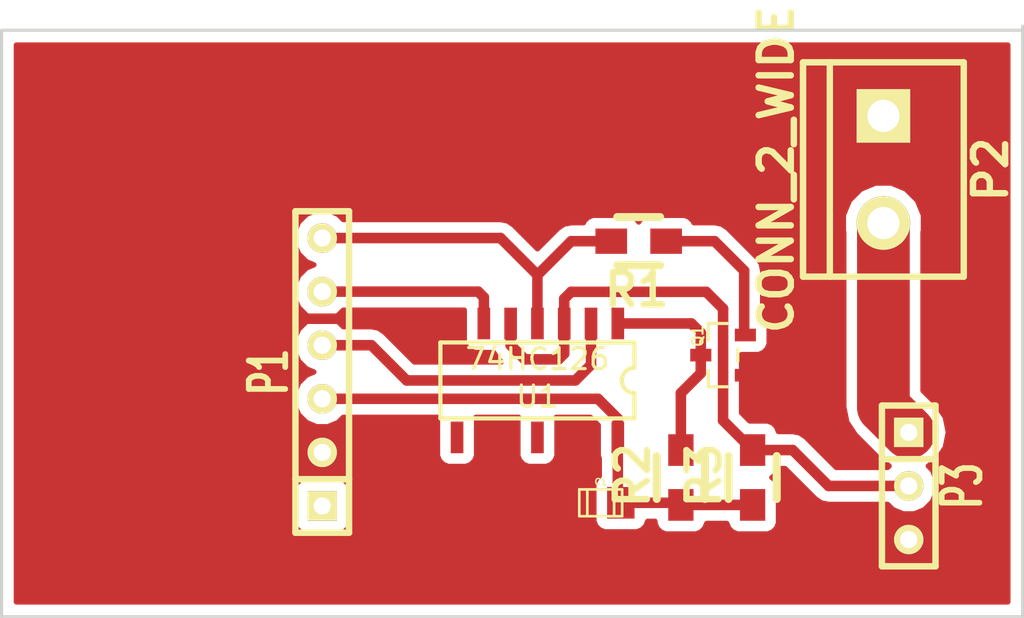
<source format=kicad_pcb>
(kicad_pcb (version 3) (host pcbnew "(2014-jan-25)-product")

  (general
    (links 24)
    (no_connects 0)
    (area 58.324999 43.124999 109.498972 71.275001)
    (thickness 1.6)
    (drawings 5)
    (tracks 54)
    (zones 0)
    (modules 9)
    (nets 13)
  )

  (page A4)
  (layers
    (15 F.Cu signal)
    (0 B.Cu signal)
    (17 F.Adhes user)
    (19 F.Paste user)
    (21 F.SilkS user)
    (23 F.Mask user)
    (28 Edge.Cuts user)
  )

  (setup
    (last_trace_width 0.5)
    (user_trace_width 0.254)
    (user_trace_width 0.5)
    (user_trace_width 1)
    (user_trace_width 1.5)
    (user_trace_width 2)
    (user_trace_width 2.5)
    (trace_clearance 0.254)
    (zone_clearance 0.5)
    (zone_45_only no)
    (trace_min 0.254)
    (segment_width 0.2)
    (edge_width 0.15)
    (via_size 0.889)
    (via_drill 0.635)
    (via_min_size 0.889)
    (via_min_drill 0.508)
    (user_via 1.5 0.8)
    (uvia_size 0.508)
    (uvia_drill 0.127)
    (uvias_allowed no)
    (uvia_min_size 0.508)
    (uvia_min_drill 0.127)
    (pcb_text_width 0.3)
    (pcb_text_size 1.5 1.5)
    (mod_edge_width 0.15)
    (mod_text_size 1.5 1.5)
    (mod_text_width 0.15)
    (pad_size 1.4 1.4)
    (pad_drill 0.6)
    (pad_to_mask_clearance 0.2)
    (aux_axis_origin 0 0)
    (visible_elements FFFFFF7F)
    (pcbplotparams
      (layerselection 268468224)
      (usegerberextensions false)
      (excludeedgelayer true)
      (linewidth 0.100000)
      (plotframeref false)
      (viasonmask false)
      (mode 1)
      (useauxorigin false)
      (hpglpennumber 1)
      (hpglpenspeed 20)
      (hpglpendiameter 15)
      (hpglpenoverlay 2)
      (psnegative true)
      (psa4output false)
      (plotreference true)
      (plotvalue true)
      (plotothertext true)
      (plotinvisibletext false)
      (padsonsilk false)
      (subtractmaskfromsilk false)
      (outputformat 5)
      (mirror false)
      (drillshape 2)
      (scaleselection 1)
      (outputdirectory board.svg/))
  )

  (net 0 "")
  (net 1 VCC)
  (net 2 GND)
  (net 3 "Net-(P1-Pad1)")
  (net 4 /TXD)
  (net 5 /RXD)
  (net 6 /DTR)
  (net 7 "Net-(P2-Pad2)")
  (net 8 "Net-(P3-Pad2)")
  (net 9 "Net-(Q1-Pad3)")
  (net 10 "Net-(Q1-Pad2)")
  (net 11 "Net-(U1-Pad8)")
  (net 12 "Net-(U1-Pad11)")

  (net_class Default "This is the default net class."
    (clearance 0.254)
    (trace_width 0.254)
    (via_dia 0.889)
    (via_drill 0.635)
    (uvia_dia 0.508)
    (uvia_drill 0.127)
    (add_net /DTR)
    (add_net /RXD)
    (add_net /TXD)
    (add_net GND)
    (add_net "Net-(P1-Pad1)")
    (add_net "Net-(P2-Pad2)")
    (add_net "Net-(P3-Pad2)")
    (add_net "Net-(Q1-Pad2)")
    (add_net "Net-(Q1-Pad3)")
    (add_net "Net-(U1-Pad11)")
    (add_net "Net-(U1-Pad8)")
    (add_net VCC)
  )

  (module Capacitors_SMD:c_0805 (layer F.Cu) (tedit 53964F5C) (tstamp 53964FD3)
    (at 86.8 65.8)
    (descr "SMT capacitor, 0805")
    (path /53919D39)
    (fp_text reference C1 (at 0 -0.9906) (layer F.SilkS)
      (effects (font (size 0.29972 0.29972) (thickness 0.06096)))
    )
    (fp_text value 100N (at 0 0.9906) (layer F.SilkS) hide
      (effects (font (size 0.29972 0.29972) (thickness 0.06096)))
    )
    (fp_line (start 0.635 -0.635) (end 0.635 0.635) (layer F.SilkS) (width 0.127))
    (fp_line (start -0.635 -0.635) (end -0.635 0.6096) (layer F.SilkS) (width 0.127))
    (fp_line (start -1.016 -0.635) (end 1.016 -0.635) (layer F.SilkS) (width 0.127))
    (fp_line (start 1.016 -0.635) (end 1.016 0.635) (layer F.SilkS) (width 0.127))
    (fp_line (start 1.016 0.635) (end -1.016 0.635) (layer F.SilkS) (width 0.127))
    (fp_line (start -1.016 0.635) (end -1.016 -0.635) (layer F.SilkS) (width 0.127))
    (pad 1 smd rect (at 0.9525 0) (size 1.30048 1.4986) (layers F.Cu F.Paste F.Mask)
      (net 1 VCC))
    (pad 2 smd rect (at -0.9525 0) (size 1.30048 1.4986) (layers F.Cu F.Paste F.Mask)
      (net 2 GND))
    (model smd/capacitors/c_0805.wrl
      (at (xyz 0 0 0))
      (scale (xyz 1 1 1))
      (rotate (xyz 0 0 0))
    )
  )

  (module Connect:SIL-6 (layer F.Cu) (tedit 53964F5C) (tstamp 53964FE2)
    (at 73.6 59.6 90)
    (descr "Connecteur 6 pins")
    (tags "CONN DEV")
    (path /53904E20)
    (fp_text reference P1 (at 0 -2.54 90) (layer F.SilkS)
      (effects (font (size 1.72974 1.08712) (thickness 0.3048)))
    )
    (fp_text value CONN_6 (at 0 -2.54 90) (layer F.SilkS) hide
      (effects (font (size 1.524 1.016) (thickness 0.3048)))
    )
    (fp_line (start -7.62 1.27) (end -7.62 -1.27) (layer F.SilkS) (width 0.3048))
    (fp_line (start -7.62 -1.27) (end 7.62 -1.27) (layer F.SilkS) (width 0.3048))
    (fp_line (start 7.62 -1.27) (end 7.62 1.27) (layer F.SilkS) (width 0.3048))
    (fp_line (start 7.62 1.27) (end -7.62 1.27) (layer F.SilkS) (width 0.3048))
    (fp_line (start -5.08 1.27) (end -5.08 -1.27) (layer F.SilkS) (width 0.3048))
    (pad 1 thru_hole rect (at -6.35 0 90) (size 1.397 1.397) (drill 0.8128) (layers *.Cu *.Mask F.SilkS)
      (net 3 "Net-(P1-Pad1)"))
    (pad 2 thru_hole circle (at -3.81 0 90) (size 1.397 1.397) (drill 0.8128) (layers *.Cu *.Mask F.SilkS)
      (net 2 GND))
    (pad 3 thru_hole circle (at -1.27 0 90) (size 1.397 1.397) (drill 0.8128) (layers *.Cu *.Mask F.SilkS)
      (net 1 VCC))
    (pad 4 thru_hole circle (at 1.27 0 90) (size 1.397 1.397) (drill 0.8128) (layers *.Cu *.Mask F.SilkS)
      (net 4 /TXD))
    (pad 5 thru_hole circle (at 3.81 0 90) (size 1.397 1.397) (drill 0.8128) (layers *.Cu *.Mask F.SilkS)
      (net 5 /RXD))
    (pad 6 thru_hole circle (at 6.35 0 90) (size 1.397 1.397) (drill 0.8128) (layers *.Cu *.Mask F.SilkS)
      (net 6 /DTR))
  )

  (module Connect:bornier2 (layer F.Cu) (tedit 53964F5C) (tstamp 53964FED)
    (at 100.2 50 270)
    (descr "Bornier d'alimentation 2 pins")
    (tags DEV)
    (path /538E4487)
    (fp_text reference P2 (at 0 -5.08 270) (layer F.SilkS)
      (effects (font (thickness 0.3048)))
    )
    (fp_text value CONN_2_WIDE (at 0 5.08 270) (layer F.SilkS)
      (effects (font (thickness 0.3048)))
    )
    (fp_line (start 5.08 2.54) (end -5.08 2.54) (layer F.SilkS) (width 0.3048))
    (fp_line (start 5.08 3.81) (end 5.08 -3.81) (layer F.SilkS) (width 0.3048))
    (fp_line (start 5.08 -3.81) (end -5.08 -3.81) (layer F.SilkS) (width 0.3048))
    (fp_line (start -5.08 -3.81) (end -5.08 3.81) (layer F.SilkS) (width 0.3048))
    (fp_line (start -5.08 3.81) (end 5.08 3.81) (layer F.SilkS) (width 0.3048))
    (pad 1 thru_hole rect (at -2.54 0 270) (size 2.54 2.54) (drill 1.524) (layers *.Cu *.Mask F.SilkS)
      (net 2 GND))
    (pad 2 thru_hole circle (at 2.54 0 270) (size 2.54 2.54) (drill 1.524) (layers *.Cu *.Mask F.SilkS)
      (net 7 "Net-(P2-Pad2)"))
    (model Device/bornier_2.wrl
      (at (xyz 0 0 0))
      (scale (xyz 1 1 1))
      (rotate (xyz 0 0 0))
    )
  )

  (module Connect:SIL-3 (layer F.Cu) (tedit 53964F5C) (tstamp 53964FF9)
    (at 101.4 65 270)
    (descr "Connecteur 3 pins")
    (tags "CONN DEV")
    (path /538E4915)
    (fp_text reference P3 (at 0 -2.54 270) (layer F.SilkS)
      (effects (font (size 1.7907 1.07696) (thickness 0.3048)))
    )
    (fp_text value CONN_3_WIDE (at 0 -2.54 270) (layer F.SilkS) hide
      (effects (font (size 1.524 1.016) (thickness 0.3048)))
    )
    (fp_line (start -3.81 1.27) (end -3.81 -1.27) (layer F.SilkS) (width 0.3048))
    (fp_line (start -3.81 -1.27) (end 3.81 -1.27) (layer F.SilkS) (width 0.3048))
    (fp_line (start 3.81 -1.27) (end 3.81 1.27) (layer F.SilkS) (width 0.3048))
    (fp_line (start 3.81 1.27) (end -3.81 1.27) (layer F.SilkS) (width 0.3048))
    (fp_line (start -1.27 -1.27) (end -1.27 1.27) (layer F.SilkS) (width 0.3048))
    (pad 1 thru_hole rect (at -2.54 0 270) (size 1.397 1.397) (drill 0.8128) (layers *.Cu *.Mask F.SilkS)
      (net 7 "Net-(P2-Pad2)"))
    (pad 2 thru_hole circle (at 0 0 270) (size 1.397 1.397) (drill 0.8128) (layers *.Cu *.Mask F.SilkS)
      (net 8 "Net-(P3-Pad2)"))
    (pad 3 thru_hole circle (at 2.54 0 270) (size 1.397 1.397) (drill 0.8128) (layers *.Cu *.Mask F.SilkS)
      (net 2 GND))
  )

  (module Transistors_SMD:sot23 (layer F.Cu) (tedit 53964F5C) (tstamp 53965005)
    (at 92.6 58.8 90)
    (descr SOT23)
    (path /538E4809)
    (attr smd)
    (fp_text reference Q1 (at 0.9 -1.2 90) (layer F.SilkS)
      (effects (font (size 0.50038 0.50038) (thickness 0.09906)))
    )
    (fp_text value BC847 (at 0 2.3 90) (layer F.SilkS) hide
      (effects (font (size 0.50038 0.50038) (thickness 0.09906)))
    )
    (fp_line (start -1.5 0.2) (end -1.5 -0.7) (layer F.SilkS) (width 0.15))
    (fp_line (start -1.5 -0.7) (end -0.7 -0.7) (layer F.SilkS) (width 0.15))
    (fp_line (start 1.5 0.2) (end 1.5 -0.7) (layer F.SilkS) (width 0.15))
    (fp_line (start 1.5 -0.7) (end 0.7 -0.7) (layer F.SilkS) (width 0.15))
    (fp_line (start 0.3 0.7) (end -0.3 0.7) (layer F.SilkS) (width 0.15))
    (pad 1 smd rect (at -0.9525 1.05664 90) (size 0.59944 1.00076) (layers F.Cu F.Paste F.Mask)
      (net 2 GND))
    (pad 3 smd rect (at 0 -1.05664 90) (size 0.59944 1.00076) (layers F.Cu F.Paste F.Mask)
      (net 9 "Net-(Q1-Pad3)"))
    (pad 2 smd rect (at 0.9525 1.05664 90) (size 0.59944 1.00076) (layers F.Cu F.Paste F.Mask)
      (net 10 "Net-(Q1-Pad2)"))
    (model smd/smd_transistors/sot23.wrl
      (at (xyz 0 0 0))
      (scale (xyz 1 1 1))
      (rotate (xyz 0 0 0))
    )
  )

  (module Resistors_SMD:Resistor_SMD0805_HandSoldering (layer F.Cu) (tedit 53964F5C) (tstamp 5396500F)
    (at 88.6 53.4 180)
    (descr "Resistor, SMD, 0805, Hand soldering,")
    (tags "Resistor, SMD, 0805, Hand soldering,")
    (path /538E48CA)
    (attr smd)
    (fp_text reference R1 (at 0.09906 -2.30124 180) (layer F.SilkS)
      (effects (font (thickness 0.3048)))
    )
    (fp_text value 22K (at 0.20066 2.60096 180) (layer F.SilkS) hide
      (effects (font (thickness 0.3048)))
    )
    (fp_line (start 0 -1.143) (end -1.016 -1.143) (layer F.SilkS) (width 0.381))
    (fp_line (start 0 -1.143) (end 1.016 -1.143) (layer F.SilkS) (width 0.381))
    (fp_line (start 0 1.143) (end -1.016 1.143) (layer F.SilkS) (width 0.381))
    (fp_line (start 0 1.143) (end 1.016 1.143) (layer F.SilkS) (width 0.381))
    (pad 1 smd rect (at -1.30048 0 180) (size 1.50114 1.19888) (layers F.Cu F.Paste F.Mask)
      (net 10 "Net-(Q1-Pad2)"))
    (pad 2 smd rect (at 1.30048 0 180) (size 1.50114 1.19888) (layers F.Cu F.Paste F.Mask)
      (net 6 /DTR))
  )

  (module Resistors_SMD:Resistor_SMD0805_HandSoldering (layer F.Cu) (tedit 53964F5C) (tstamp 53965019)
    (at 90.6 64.6 90)
    (descr "Resistor, SMD, 0805, Hand soldering,")
    (tags "Resistor, SMD, 0805, Hand soldering,")
    (path /538E48B7)
    (attr smd)
    (fp_text reference R2 (at 0.09906 -2.30124 90) (layer F.SilkS)
      (effects (font (thickness 0.3048)))
    )
    (fp_text value 4K7 (at 0.20066 2.60096 90) (layer F.SilkS) hide
      (effects (font (thickness 0.3048)))
    )
    (fp_line (start 0 -1.143) (end -1.016 -1.143) (layer F.SilkS) (width 0.381))
    (fp_line (start 0 -1.143) (end 1.016 -1.143) (layer F.SilkS) (width 0.381))
    (fp_line (start 0 1.143) (end -1.016 1.143) (layer F.SilkS) (width 0.381))
    (fp_line (start 0 1.143) (end 1.016 1.143) (layer F.SilkS) (width 0.381))
    (pad 1 smd rect (at -1.30048 0 90) (size 1.50114 1.19888) (layers F.Cu F.Paste F.Mask)
      (net 1 VCC))
    (pad 2 smd rect (at 1.30048 0 90) (size 1.50114 1.19888) (layers F.Cu F.Paste F.Mask)
      (net 9 "Net-(Q1-Pad3)"))
  )

  (module Resistors_SMD:Resistor_SMD0805_HandSoldering (layer F.Cu) (tedit 53964F5C) (tstamp 53965023)
    (at 94 64.6 90)
    (descr "Resistor, SMD, 0805, Hand soldering,")
    (tags "Resistor, SMD, 0805, Hand soldering,")
    (path /53905095)
    (attr smd)
    (fp_text reference R3 (at 0.09906 -2.30124 90) (layer F.SilkS)
      (effects (font (thickness 0.3048)))
    )
    (fp_text value 10K (at 0.20066 2.60096 90) (layer F.SilkS) hide
      (effects (font (thickness 0.3048)))
    )
    (fp_line (start 0 -1.143) (end -1.016 -1.143) (layer F.SilkS) (width 0.381))
    (fp_line (start 0 -1.143) (end 1.016 -1.143) (layer F.SilkS) (width 0.381))
    (fp_line (start 0 1.143) (end -1.016 1.143) (layer F.SilkS) (width 0.381))
    (fp_line (start 0 1.143) (end 1.016 1.143) (layer F.SilkS) (width 0.381))
    (pad 1 smd rect (at -1.30048 0 90) (size 1.50114 1.19888) (layers F.Cu F.Paste F.Mask)
      (net 1 VCC))
    (pad 2 smd rect (at 1.30048 0 90) (size 1.50114 1.19888) (layers F.Cu F.Paste F.Mask)
      (net 8 "Net-(P3-Pad2)"))
  )

  (module SOIC_Packages:SOIC-14_Narrow (layer F.Cu) (tedit 53964F5C) (tstamp 5396503C)
    (at 83.8 60 180)
    (descr "module CMS SOJ 14 pins etroit")
    (tags "CMS SOJ")
    (path /538E4AE2)
    (attr smd)
    (fp_text reference U1 (at 0 -0.762 180) (layer F.SilkS)
      (effects (font (size 1 1) (thickness 0.15)))
    )
    (fp_text value 74HC126 (at 0 1.016 180) (layer F.SilkS)
      (effects (font (size 1 1) (thickness 0.15)))
    )
    (fp_line (start -4.6 0.6) (end -4.6 1.8) (layer F.SilkS) (width 0.2))
    (fp_line (start -4.6 -1.8) (end -4.6 -0.6) (layer F.SilkS) (width 0.2))
    (fp_arc (start -4.6 0) (end -4 0) (angle 90) (layer F.SilkS) (width 0.2))
    (fp_arc (start -4.6 0) (end -4.6 -0.6) (angle 90) (layer F.SilkS) (width 0.2))
    (fp_line (start -4.6 -1.8) (end 4.6 -1.8) (layer F.SilkS) (width 0.2))
    (fp_line (start 4.6 -1.8) (end 4.6 1.8) (layer F.SilkS) (width 0.2))
    (fp_line (start 4.6 1.8) (end -4.6 1.8) (layer F.SilkS) (width 0.2))
    (pad 1 smd rect (at -3.81 2.7 180) (size 0.6 1.5) (layers F.Cu F.Paste F.Mask)
      (net 9 "Net-(Q1-Pad3)"))
    (pad 2 smd rect (at -2.54 2.7 180) (size 0.6 1.5) (layers F.Cu F.Paste F.Mask)
      (net 4 /TXD))
    (pad 3 smd rect (at -1.27 2.7 180) (size 0.6 1.5) (layers F.Cu F.Paste F.Mask)
      (net 8 "Net-(P3-Pad2)"))
    (pad 4 smd rect (at 0 2.7 180) (size 0.6 1.5) (layers F.Cu F.Paste F.Mask)
      (net 6 /DTR))
    (pad 5 smd rect (at 1.27 2.7 180) (size 0.6 1.5) (layers F.Cu F.Paste F.Mask)
      (net 8 "Net-(P3-Pad2)"))
    (pad 6 smd rect (at 2.54 2.7 180) (size 0.6 1.5) (layers F.Cu F.Paste F.Mask)
      (net 5 /RXD))
    (pad 7 smd rect (at 3.81 2.7 180) (size 0.6 1.5) (layers F.Cu F.Paste F.Mask)
      (net 2 GND))
    (pad 8 smd rect (at 3.81 -2.7 180) (size 0.6 1.5) (layers F.Cu F.Paste F.Mask)
      (net 11 "Net-(U1-Pad8)"))
    (pad 9 smd rect (at 2.54 -2.7 180) (size 0.6 1.5) (layers F.Cu F.Paste F.Mask)
      (net 2 GND))
    (pad 10 smd rect (at 1.27 -2.7 180) (size 0.6 1.5) (layers F.Cu F.Paste F.Mask)
      (net 2 GND))
    (pad 11 smd rect (at 0 -2.7 180) (size 0.6 1.5) (layers F.Cu F.Paste F.Mask)
      (net 12 "Net-(U1-Pad11)"))
    (pad 12 smd rect (at -1.27 -2.7 180) (size 0.6 1.5) (layers F.Cu F.Paste F.Mask)
      (net 2 GND))
    (pad 13 smd rect (at -2.54 -2.7 180) (size 0.6 1.5) (layers F.Cu F.Paste F.Mask)
      (net 2 GND))
    (pad 14 smd rect (at -3.81 -2.7 180) (size 0.6 1.5) (layers F.Cu F.Paste F.Mask)
      (net 1 VCC))
    (model smd/cms_so14.wrl
      (at (xyz 0 0 0))
      (scale (xyz 0.5 0.3 0.5))
      (rotate (xyz 0 0 0))
    )
  )

  (gr_line (start 106.8 43.4) (end 106.8 43.8) (angle 90) (layer Edge.Cuts) (width 0.15))
  (gr_line (start 58.4 43.4) (end 106.8 43.4) (angle 90) (layer Edge.Cuts) (width 0.15))
  (gr_line (start 58.4 71.2) (end 58.4 43.4) (angle 90) (layer Edge.Cuts) (width 0.15))
  (gr_line (start 106.8 71.2) (end 58.4 71.2) (angle 90) (layer Edge.Cuts) (width 0.15))
  (gr_line (start 106.8 43.2) (end 106.8 71.2) (angle 90) (layer Edge.Cuts) (width 0.15))

  (segment (start 73.6 60.87) (end 86.67 60.87) (width 0.5) (layer F.Cu) (net 1))
  (segment (start 87.61 61.81) (end 87.61 62.7) (width 0.5) (layer F.Cu) (net 1) (tstamp 539652A1))
  (segment (start 86.67 60.87) (end 87.61 61.81) (width 0.5) (layer F.Cu) (net 1) (tstamp 5396529B))
  (segment (start 87.7525 65.8) (end 90.49952 65.8) (width 0.5) (layer F.Cu) (net 1))
  (segment (start 90.49952 65.8) (end 90.6 65.90048) (width 0.5) (layer F.Cu) (net 1) (tstamp 53965190))
  (segment (start 90.6 65.90048) (end 94 65.90048) (width 0.5) (layer F.Cu) (net 1) (tstamp 53965192))
  (segment (start 87.61 62.7) (end 87.61 65.6575) (width 0.5) (layer F.Cu) (net 1))
  (segment (start 87.61 65.6575) (end 87.7525 65.8) (width 0.5) (layer F.Cu) (net 1) (tstamp 5396512E))
  (segment (start 73.6 63.41) (end 71.21 63.41) (width 0.5) (layer F.Cu) (net 2))
  (segment (start 71.725 57.075) (end 79.765 57.075) (width 0.5) (layer F.Cu) (net 2) (tstamp 53965482))
  (segment (start 70.4 58.4) (end 71.725 57.075) (width 0.5) (layer F.Cu) (net 2) (tstamp 5396547F))
  (segment (start 70.4 62.6) (end 70.4 58.4) (width 0.5) (layer F.Cu) (net 2) (tstamp 5396547C))
  (segment (start 71.21 63.41) (end 70.4 62.6) (width 0.5) (layer F.Cu) (net 2) (tstamp 53965479))
  (segment (start 79.765 57.075) (end 79.99 57.3) (width 0.5) (layer F.Cu) (net 2) (tstamp 53965498))
  (segment (start 73.6 58.33) (end 75.93 58.33) (width 0.5) (layer F.Cu) (net 4))
  (segment (start 86.34 59.26) (end 86.34 57.3) (width 0.5) (layer F.Cu) (net 4) (tstamp 539652AE))
  (segment (start 85.6 60) (end 86.34 59.26) (width 0.5) (layer F.Cu) (net 4) (tstamp 539652AC))
  (segment (start 77.6 60) (end 85.6 60) (width 0.5) (layer F.Cu) (net 4) (tstamp 539652A8))
  (segment (start 75.93 58.33) (end 77.6 60) (width 0.5) (layer F.Cu) (net 4) (tstamp 539652A4))
  (segment (start 73.6 55.79) (end 80.99 55.79) (width 0.5) (layer F.Cu) (net 5))
  (segment (start 81.26 56.06) (end 81.26 57.3) (width 0.5) (layer F.Cu) (net 5) (tstamp 53965294))
  (segment (start 80.99 55.79) (end 81.26 56.06) (width 0.5) (layer F.Cu) (net 5) (tstamp 53965291))
  (segment (start 73.6 53.25) (end 82.05 53.25) (width 0.5) (layer F.Cu) (net 6))
  (segment (start 82.05 53.25) (end 83.8 55) (width 0.5) (layer F.Cu) (net 6) (tstamp 5396528D))
  (segment (start 87.29952 53.4) (end 85.4 53.4) (width 0.5) (layer F.Cu) (net 6))
  (segment (start 85.4 53.4) (end 83.8 55) (width 0.5) (layer F.Cu) (net 6) (tstamp 53965255))
  (segment (start 83.8 55) (end 83.8 57.3) (width 0.5) (layer F.Cu) (net 6) (tstamp 53965132))
  (segment (start 100.2 52.54) (end 100.2 61.26) (width 2.5) (layer F.Cu) (net 7))
  (segment (start 100.2 61.26) (end 101.4 62.46) (width 2.5) (layer F.Cu) (net 7) (tstamp 53965229))
  (segment (start 94 63.29952) (end 95.89952 63.29952) (width 0.5) (layer F.Cu) (net 8))
  (segment (start 97.6 65) (end 101.4 65) (width 0.5) (layer F.Cu) (net 8) (tstamp 5396523B))
  (segment (start 95.89952 63.29952) (end 97.6 65) (width 0.5) (layer F.Cu) (net 8) (tstamp 53965238))
  (segment (start 85.07 57.3) (end 85.07 56.13) (width 0.5) (layer F.Cu) (net 8))
  (segment (start 92.6 61.89952) (end 94 63.29952) (width 0.5) (layer F.Cu) (net 8) (tstamp 539651AD))
  (segment (start 92.6 56.6) (end 92.6 61.89952) (width 0.5) (layer F.Cu) (net 8) (tstamp 539651A7))
  (segment (start 91.8 55.8) (end 92.6 56.6) (width 0.5) (layer F.Cu) (net 8) (tstamp 539651A5))
  (segment (start 85.4 55.8) (end 91.8 55.8) (width 0.5) (layer F.Cu) (net 8) (tstamp 539651A3))
  (segment (start 85.07 56.13) (end 85.4 55.8) (width 0.5) (layer F.Cu) (net 8) (tstamp 539651A0))
  (segment (start 82.53 57.3) (end 82.53 58.33) (width 0.5) (layer F.Cu) (net 8))
  (segment (start 85.07 58.73) (end 85.07 57.3) (width 0.5) (layer F.Cu) (net 8) (tstamp 53965162))
  (segment (start 84.8 59) (end 85.07 58.73) (width 0.5) (layer F.Cu) (net 8) (tstamp 53965161))
  (segment (start 84.2 59) (end 84.8 59) (width 0.5) (layer F.Cu) (net 8) (tstamp 53965160))
  (segment (start 83.2 59) (end 84.2 59) (width 0.5) (layer F.Cu) (net 8) (tstamp 5396515F))
  (segment (start 82.53 58.33) (end 83.2 59) (width 0.5) (layer F.Cu) (net 8) (tstamp 5396515E))
  (segment (start 87.61 57.3) (end 91.1 57.3) (width 0.5) (layer F.Cu) (net 9))
  (segment (start 91.54336 57.74336) (end 91.54336 58.8) (width 0.5) (layer F.Cu) (net 9) (tstamp 539651B7))
  (segment (start 91.1 57.3) (end 91.54336 57.74336) (width 0.5) (layer F.Cu) (net 9) (tstamp 539651B2))
  (segment (start 90.6 63.29952) (end 90.6 60.6) (width 0.5) (layer F.Cu) (net 9))
  (segment (start 91.54336 59.65664) (end 91.54336 58.8) (width 0.5) (layer F.Cu) (net 9) (tstamp 5396519A))
  (segment (start 90.6 60.6) (end 91.54336 59.65664) (width 0.5) (layer F.Cu) (net 9) (tstamp 53965196))
  (segment (start 89.90048 53.4) (end 92.2 53.4) (width 0.5) (layer F.Cu) (net 10))
  (segment (start 93.6 54.8) (end 93.6 57.79086) (width 0.5) (layer F.Cu) (net 10) (tstamp 539651C0))
  (segment (start 92.2 53.4) (end 93.6 54.8) (width 0.5) (layer F.Cu) (net 10) (tstamp 539651BE))
  (segment (start 93.6 57.79086) (end 93.65664 57.8475) (width 0.5) (layer F.Cu) (net 10) (tstamp 539651C2))

  (zone (net 2) (net_name GND) (layer F.Cu) (tstamp 5396538A) (hatch edge 0.508)
    (connect_pads yes (clearance 0.5))
    (min_thickness 0.254)
    (fill yes (arc_segments 16) (thermal_gap 5.08) (thermal_bridge_width 5.08))
    (polygon
      (pts
        (xy 106.8 71.2) (xy 58.4 71.2) (xy 58.4 43.4) (xy 106.8 43.4)
      )
    )
    (filled_polygon
      (pts
        (xy 82.082734 59.123) (xy 77.963265 59.123) (xy 76.550133 57.709867) (xy 76.265613 57.519758) (xy 75.93 57.453)
        (xy 74.597435 57.453) (xy 74.351816 57.206951) (xy 73.997648 57.059888) (xy 74.349854 56.914359) (xy 74.597645 56.667)
        (xy 80.333 56.667) (xy 80.333 56.674718) (xy 80.333 58.174718) (xy 80.428455 58.405167) (xy 80.604833 58.581545)
        (xy 80.835282 58.677) (xy 81.084718 58.677) (xy 81.684718 58.677) (xy 81.719183 58.662724) (xy 81.719758 58.665613)
        (xy 81.909867 58.950133) (xy 82.082734 59.123)
      )
    )
    (filled_polygon
      (pts
        (xy 106.098 70.498) (xy 103.276999 70.498) (xy 103.276999 62.46) (xy 103.134122 61.741703) (xy 102.727239 61.13276)
        (xy 102.077 60.482521) (xy 102.077 52.966362) (xy 102.09667 52.918992) (xy 102.097328 52.164319) (xy 101.809136 51.46684)
        (xy 101.275967 50.93274) (xy 100.578992 50.64333) (xy 99.824319 50.642672) (xy 99.12684 50.930864) (xy 98.59274 51.464033)
        (xy 98.30333 52.161008) (xy 98.302672 52.915681) (xy 98.323 52.964878) (xy 98.323 61.26) (xy 98.465878 61.978297)
        (xy 98.872761 62.587239) (xy 100.07276 63.787239) (xy 100.471683 64.053791) (xy 100.402354 64.123) (xy 97.963266 64.123)
        (xy 96.519653 62.679387) (xy 96.235133 62.489278) (xy 95.89952 62.42252) (xy 95.22573 62.42252) (xy 95.130985 62.193783)
        (xy 94.954607 62.017405) (xy 94.724158 61.92195) (xy 94.474722 61.92195) (xy 93.862696 61.92195) (xy 93.477 61.536254)
        (xy 93.477 58.77422) (xy 94.281738 58.77422) (xy 94.512187 58.678765) (xy 94.688565 58.502387) (xy 94.78402 58.271938)
        (xy 94.78402 58.022502) (xy 94.78402 57.423062) (xy 94.688565 57.192613) (xy 94.512187 57.016235) (xy 94.477 57.00166)
        (xy 94.477 54.800005) (xy 94.477 54.8) (xy 94.477001 54.8) (xy 94.410242 54.464387) (xy 94.220133 54.179867)
        (xy 92.820133 52.779867) (xy 92.535613 52.589758) (xy 92.2 52.523) (xy 91.21474 52.523) (xy 91.182595 52.445393)
        (xy 91.006217 52.269015) (xy 90.775768 52.17356) (xy 90.526332 52.17356) (xy 89.025192 52.17356) (xy 88.794743 52.269015)
        (xy 88.618365 52.445393) (xy 88.6 52.48973) (xy 88.581635 52.445393) (xy 88.405257 52.269015) (xy 88.174808 52.17356)
        (xy 87.925372 52.17356) (xy 86.424232 52.17356) (xy 86.193783 52.269015) (xy 86.017405 52.445393) (xy 85.985259 52.523)
        (xy 85.400005 52.523) (xy 85.4 52.522999) (xy 85.064387 52.589758) (xy 84.779867 52.779867) (xy 84.779864 52.77987)
        (xy 83.799999 53.759734) (xy 82.670133 52.629867) (xy 82.385613 52.439758) (xy 82.05 52.373) (xy 74.597435 52.373)
        (xy 74.351816 52.126951) (xy 73.864815 51.924731) (xy 73.337498 51.92427) (xy 72.850146 52.125641) (xy 72.476951 52.498184)
        (xy 72.274731 52.985185) (xy 72.27427 53.512502) (xy 72.475641 53.999854) (xy 72.848184 54.373049) (xy 73.202351 54.520111)
        (xy 72.850146 54.665641) (xy 72.476951 55.038184) (xy 72.274731 55.525185) (xy 72.27427 56.052502) (xy 72.475641 56.539854)
        (xy 72.848184 56.913049) (xy 73.202351 57.060111) (xy 72.850146 57.205641) (xy 72.476951 57.578184) (xy 72.274731 58.065185)
        (xy 72.27427 58.592502) (xy 72.475641 59.079854) (xy 72.848184 59.453049) (xy 73.202351 59.600111) (xy 72.850146 59.745641)
        (xy 72.476951 60.118184) (xy 72.274731 60.605185) (xy 72.27427 61.132502) (xy 72.475641 61.619854) (xy 72.848184 61.993049)
        (xy 73.335185 62.195269) (xy 73.862502 62.19573) (xy 74.349854 61.994359) (xy 74.597645 61.747) (xy 79.095425 61.747)
        (xy 79.063 61.825282) (xy 79.063 62.074718) (xy 79.063 63.574718) (xy 79.158455 63.805167) (xy 79.334833 63.981545)
        (xy 79.565282 64.077) (xy 79.814718 64.077) (xy 80.414718 64.077) (xy 80.645167 63.981545) (xy 80.821545 63.805167)
        (xy 80.917 63.574718) (xy 80.917 63.325282) (xy 80.917 61.825282) (xy 80.884574 61.747) (xy 82.905425 61.747)
        (xy 82.873 61.825282) (xy 82.873 62.074718) (xy 82.873 63.574718) (xy 82.968455 63.805167) (xy 83.144833 63.981545)
        (xy 83.375282 64.077) (xy 83.624718 64.077) (xy 84.224718 64.077) (xy 84.455167 63.981545) (xy 84.631545 63.805167)
        (xy 84.727 63.574718) (xy 84.727 63.325282) (xy 84.727 61.825282) (xy 84.694574 61.747) (xy 86.306734 61.747)
        (xy 86.683 62.123265) (xy 86.683 63.574718) (xy 86.733 63.695428) (xy 86.733 64.533248) (xy 86.570715 64.695533)
        (xy 86.47526 64.925982) (xy 86.47526 65.175418) (xy 86.47526 66.674018) (xy 86.570715 66.904467) (xy 86.747093 67.080845)
        (xy 86.977542 67.1763) (xy 87.226978 67.1763) (xy 88.527458 67.1763) (xy 88.757907 67.080845) (xy 88.934285 66.904467)
        (xy 89.028504 66.677) (xy 89.37356 66.677) (xy 89.37356 66.775768) (xy 89.469015 67.006217) (xy 89.645393 67.182595)
        (xy 89.875842 67.27805) (xy 90.125278 67.27805) (xy 91.324158 67.27805) (xy 91.554607 67.182595) (xy 91.730985 67.006217)
        (xy 91.82573 66.77748) (xy 92.774269 66.77748) (xy 92.869015 67.006217) (xy 93.045393 67.182595) (xy 93.275842 67.27805)
        (xy 93.525278 67.27805) (xy 94.724158 67.27805) (xy 94.954607 67.182595) (xy 95.130985 67.006217) (xy 95.22644 66.775768)
        (xy 95.22644 66.526332) (xy 95.22644 65.025192) (xy 95.130985 64.794743) (xy 94.954607 64.618365) (xy 94.910269 64.6)
        (xy 94.954607 64.581635) (xy 95.130985 64.405257) (xy 95.22573 64.17652) (xy 95.536254 64.17652) (xy 96.979867 65.620133)
        (xy 97.264387 65.810242) (xy 97.6 65.877001) (xy 97.6 65.877) (xy 97.600005 65.877) (xy 100.402564 65.877)
        (xy 100.648184 66.123049) (xy 101.135185 66.325269) (xy 101.662502 66.32573) (xy 102.149854 66.124359) (xy 102.523049 65.751816)
        (xy 102.725269 65.264815) (xy 102.72573 64.737498) (xy 102.524359 64.250146) (xy 102.328334 64.053778) (xy 102.727239 63.787239)
        (xy 103.134122 63.178297) (xy 103.276999 62.46) (xy 103.276999 70.498) (xy 74.9255 70.498) (xy 74.9255 66.773218)
        (xy 74.9255 66.523782) (xy 74.9255 65.126782) (xy 74.830045 64.896333) (xy 74.653667 64.719955) (xy 74.423218 64.6245)
        (xy 74.173782 64.6245) (xy 72.776782 64.6245) (xy 72.546333 64.719955) (xy 72.369955 64.896333) (xy 72.2745 65.126782)
        (xy 72.2745 65.376218) (xy 72.2745 66.773218) (xy 72.369955 67.003667) (xy 72.546333 67.180045) (xy 72.776782 67.2755)
        (xy 73.026218 67.2755) (xy 74.423218 67.2755) (xy 74.653667 67.180045) (xy 74.830045 67.003667) (xy 74.9255 66.773218)
        (xy 74.9255 70.498) (xy 59.102 70.498) (xy 59.102 44.102) (xy 106.098 44.102) (xy 106.098 70.498)
      )
    )
  )
)

</source>
